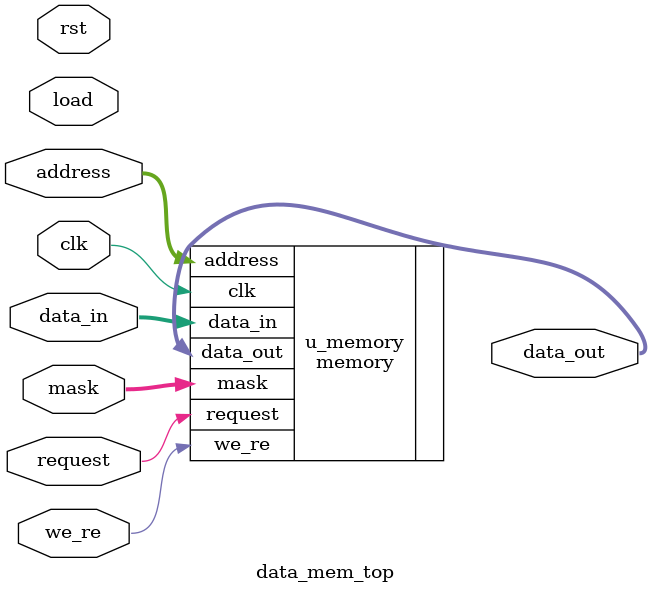
<source format=v>
module data_mem_top #(
    parameter INIT_MEM = 0
)(
    input wire clk,
    input wire rst,
    input wire we_re,
    input wire request,
    input wire load,
	 
	 //masking is needed only when writing something to the memory
    input wire [3:0]  mask,
    input wire [7:0]  address,
    input wire [31:0] data_in,
	 
	 //data that load from memory is valid or not
    output wire [31:0] data_out
    );


    memory #(
      .INIT_MEM(INIT_MEM)
    )u_memory(
        .clk(clk),
        .we_re(we_re),
        .request(request),
        .mask(mask),
        .address(address),
        .data_in(data_in),
        .data_out(data_out)
    );
endmodule

</source>
